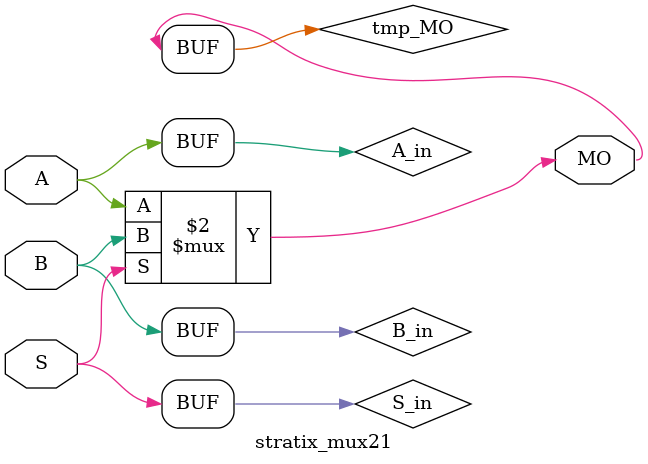
<source format=v>
module stratix_mux21 (MO, A, B, S);
   input A, B, S;
   output MO;
   wire A_in;
   wire B_in;
   wire S_in;
   buf(A_in, A);
   buf(B_in, B);
   buf(S_in, S);
   wire   tmp_MO;
   specify
      (A => MO) = (0, 0);
      (B => MO) = (0, 0);
      (S => MO) = (0, 0);
   endspecify
   assign tmp_MO = (S_in == 1) ? B_in : A_in;
   buf (MO, tmp_MO);
endmodule
</source>
